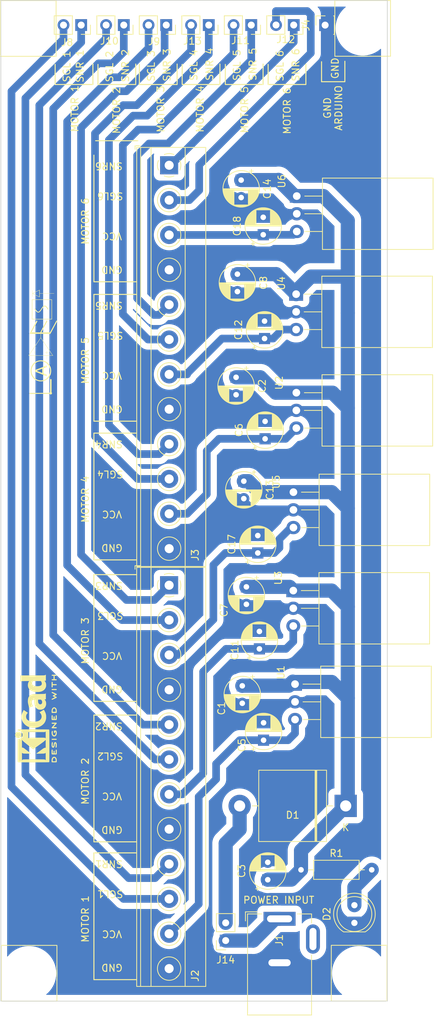
<source format=kicad_pcb>
(kicad_pcb (version 20211014) (generator pcbnew)
  (layers (0 "F.Cu" signal) (31 "B.Cu" signal) (34 "B.Paste" user) (35 "F.Paste" user) (36 "B.SilkS" user "B.Silkscreen") (37 "F.SilkS" user "F.Silkscreen") (38 "B.Mask" user) (39 "F.Mask" user) (44 "Edge.Cuts" user))
  (net 0 "")
  (net 1 "/12V")
  (net 2 "GNDREF")
  (net 3 "/VCC6V_1")
  (net 4 "/VCC6V_4")
  (net 5 "/VCC6V_2")
  (net 6 "/VCC5V_5")
  (net 7 "/VCC6V_3")
  (net 8 "/VCC5V_6")
  (net 9 "/SIGNAL_1")
  (net 10 "/SENSOR_1")
  (net 11 "/SIGNAL_2")
  (net 12 "/SENSOR_2")
  (net 13 "/SIGNAL_3")
  (net 14 "/SENSOR_3")
  (net 15 "/SIGNAL_5")
  (net 16 "/SENSOR_5")
  (net 17 "/SIGNAL_4")
  (net 18 "/SENSOR_4")
  (net 19 "/SIGNAL_6")
  (net 20 "/SENSOR_6")
  (net 21 "Net-(D1-Pad2)")
  (net 22 "Net-(D2-Pad2)")
  (net 23 "Net-(J1-Pad1)")
  (footprint "Connector_BarrelJack:BarrelJack_GCT_DCJ200-10-A_Horizontal" (layer "F.Cu") (at 89.731058 149.695608)
    (fp_text reference "J1" (at -0.04 3.08 90) (layer "F.SilkS"))
    (fp_text value "CONN_ALIMENTAÇÃO_12V")
    (pad "1" thru_hole rect (at 0 0) (size 4.6 2) (drill oval 3.6 1) (layers *.Cu *.Mask) (net 23 "Net-(J1-Pad1)"))
    (pad "2" thru_hole oval (at 0 6.3) (size 4.2 2) (drill oval 3.2 1) (layers *.Cu *.Mask) (net 2 "GNDREF"))
    (pad "3" thru_hole oval (at 4.8 2.9) (size 2 4.2) (drill oval 1 3.2) (layers *.Cu *.Mask))
  )
  (footprint "Capacitor_THT:CP_Radial_D5.0mm_P2.50mm" (layer "F.Cu") (at 86.606058 97.21032 90)
    (fp_text reference "C17" (at 1.25 -3.75 90) (layer "F.SilkS"))
    (fp_text value "1uF/50V" hide)
    (pad "1" thru_hole rect (at 0 0 90) (size 1.6 1.6) (drill 0.8) (layers *.Cu *.Mask) (net 7 "/VCC6V_3"))
    (pad "2" thru_hole circle (at 2.5 0 90) (size 1.6 1.6) (drill 0.8) (layers *.Cu *.Mask) (net 2 "GNDREF"))
  )
  (footprint "Connector_PinSocket_2.54mm:PinSocket_1x01_P2.54mm_Vertical" (layer "F.Cu") (at 96.281058 21.480208 90)
    (fp_text reference "J4" (at 0 -2.77 90) (layer "F.SilkS"))
    (fp_text value "Conn_GND_arduino" hide)
    (pad "1" thru_hole rect (at 0 0 90) (size 1.7 1.7) (drill 1) (layers *.Cu *.Mask) (net 2 "GNDREF"))
  )
  (footprint "Capacitor_THT:CP_Radial_D5.0mm_P2.50mm" (layer "F.Cu") (at 84.966058 102.070095 -90)
    (fp_text reference "C7" (at 3.355112 3.2125 90) (layer "F.SilkS"))
    (fp_text value "10uF/50V" hide)
    (pad "1" thru_hole rect (at 0 0 270) (size 1.6 1.6) (drill 0.8) (layers *.Cu *.Mask) (net 1 "/12V"))
    (pad "2" thru_hole circle (at 2.5 0 270) (size 1.6 1.6) (drill 0.8) (layers *.Cu *.Mask) (net 2 "GNDREF"))
  )
  (footprint "TerminalBlock_Phoenix:TerminalBlock_Phoenix_MKDS-1,5-12_1x12_P5.00mm_Horizontal" (layer "F.Cu") (at 73.871058 41.585208 -90)
    (fp_text reference "J3" (at 55.93 -3.735 90) (layer "F.SilkS"))
    (fp_text value "Conn_motores_04_06")
    (pad "1" thru_hole rect (at 0 0 270) (size 2.6 2.6) (drill 1.3) (layers *.Cu *.Mask) (net 20 "/SENSOR_6"))
    (pad "2" thru_hole circle (at 5 0 270) (size 2.6 2.6) (drill 1.3) (layers *.Cu *.Mask) (net 19 "/SIGNAL_6"))
    (pad "3" thru_hole circle (at 10 0 270) (size 2.6 2.6) (drill 1.3) (layers *.Cu *.Mask) (net 8 "/VCC5V_6"))
    (pad "4" thru_hole circle (at 15 0 270) (size 2.6 2.6) (drill 1.3) (layers *.Cu *.Mask) (net 2 "GNDREF"))
    (pad "5" thru_hole circle (at 20 0 270) (size 2.6 2.6) (drill 1.3) (layers *.Cu *.Mask) (net 16 "/SENSOR_5"))
    (pad "6" thru_hole circle (at 25 0 270) (size 2.6 2.6) (drill 1.3) (layers *.Cu *.Mask) (net 15 "/SIGNAL_5"))
    (pad "7" thru_hole circle (at 30 0 270) (size 2.6 2.6) (drill 1.3) (layers *.Cu *.Mask) (net 6 "/VCC5V_5"))
    (pad "8" thru_hole circle (at 35 0 270) (size 2.6 2.6) (drill 1.3) (layers *.Cu *.Mask) (net 2 "GNDREF"))
    (pad "9" thru_hole circle (at 40 0 270) (size 2.6 2.6) (drill 1.3) (layers *.Cu *.Mask) (net 18 "/SENSOR_4"))
    (pad "10" thru_hole circle (at 45 0 270) (size 2.6 2.6) (drill 1.3) (layers *.Cu *.Mask) (net 17 "/SIGNAL_4"))
    (pad "11" thru_hole circle (at 50 0 270) (size 2.6 2.6) (drill 1.3) (layers *.Cu *.Mask) (net 4 "/VCC6V_4"))
    (pad "12" thru_hole circle (at 55 0 270) (size 2.6 2.6) (drill 1.3) (layers *.Cu *.Mask) (net 2 "GNDREF"))
  )
  (footprint "Laboratorio_controle:Furo" (layer "F.Cu") (at 53.626058 21.955208 90)
    (fp_text reference "03" (at -0.02 -0.18 90 unlocked) (layer "F.SilkS"))
    (fp_text value "Furo")
    (pad "" np_thru_hole circle (at 0 0 270) (size 6 6) (drill 6) (layers F&B.Cu *.Mask))
  )
  (footprint "Connector_PinSocket_2.54mm:PinSocket_1x02_P2.54mm_Vertical" (layer "F.Cu") (at 61.231058 21.470208 -90)
    (fp_text reference "J8" (at 2.495 2.015) (layer "F.SilkS"))
    (fp_text value "CONN_IN/OU_1" hide)
    (pad "1" thru_hole rect (at 0 0 270) (size 1.7 1.7) (drill 1) (layers *.Cu *.Mask) (net 10 "/SENSOR_1"))
    (pad "2" thru_hole oval (at 0 2.54 270) (size 1.7 1.7) (drill 1) (layers *.Cu *.Mask) (net 9 "/SIGNAL_1"))
  )
  (footprint "Package_TO_SOT_THT:TO-220-3_Horizontal_TabDown" (layer "F.Cu") (at 92.206058 46.005208 -90)
    (fp_text reference "U6" (at -2.14 2.15 90) (layer "F.SilkS"))
    (fp_text value "LM7805_TO220")
    (pad "" np_thru_hole oval (at 2.54 -16.66 270) (size 3.5 3.5) (drill 3.5) (layers *.Cu *.Mask))
    (pad "1" thru_hole rect (at 0 0 270) (size 1.905 2) (drill 1.1) (layers *.Cu *.Mask) (net 1 "/12V"))
    (pad "2" thru_hole oval (at 2.54 0 270) (size 1.905 2) (drill 1.1) (layers *.Cu *.Mask) (net 2 "GNDREF"))
    (pad "3" thru_hole oval (at 5.08 0 270) (size 1.905 2) (drill 1.1) (layers *.Cu *.Mask) (net 8 "/VCC5V_6"))
  )
  (footprint "Package_TO_SOT_THT:TO-220-3_Horizontal_TabDown" (layer "F.Cu") (at 92.146058 74.215208 -90)
    (fp_text reference "U2" (at -1.41 2.47 90) (layer "F.SilkS"))
    (fp_text value "LM7806_TO220")
    (pad "" np_thru_hole oval (at 2.54 -16.66 270) (size 3.5 3.5) (drill 3.5) (layers *.Cu *.Mask))
    (pad "1" thru_hole rect (at 0 0 270) (size 1.905 2) (drill 1.1) (layers *.Cu *.Mask) (net 1 "/12V"))
    (pad "2" thru_hole oval (at 2.54 0 270) (size 1.905 2) (drill 1.1) (layers *.Cu *.Mask) (net 2 "GNDREF"))
    (pad "3" thru_hole oval (at 5.08 0 270) (size 1.905 2) (drill 1.1) (layers *.Cu *.Mask) (net 4 "/VCC6V_4"))
  )
  (footprint "Capacitor_THT:CP_Radial_D5.0mm_P2.50mm" (layer "F.Cu") (at 83.676058 57.205208 -90)
    (fp_text reference "C8" (at 1.25 -3.75 90) (layer "F.SilkS"))
    (fp_text value "10uF/50V" hide)
    (pad "1" thru_hole rect (at 0 0 270) (size 1.6 1.6) (drill 0.8) (layers *.Cu *.Mask) (net 1 "/12V"))
    (pad "2" thru_hole circle (at 2.5 0 270) (size 1.6 1.6) (drill 0.8) (layers *.Cu *.Mask) (net 2 "GNDREF"))
  )
  (footprint "Package_TO_SOT_THT:TO-220-3_Horizontal_TabDown" (layer "F.Cu") (at 92.116058 60.075208 -90)
    (fp_text reference "U4" (at -1.56 2.12 90) (layer "F.SilkS"))
    (fp_text value "LM7805_TO220")
    (pad "" np_thru_hole oval (at 2.54 -16.66 270) (size 3.5 3.5) (drill 3.5) (layers *.Cu *.Mask))
    (pad "1" thru_hole rect (at 0 0 270) (size 1.905 2) (drill 1.1) (layers *.Cu *.Mask) (net 1 "/12V"))
    (pad "2" thru_hole oval (at 2.54 0 270) (size 1.905 2) (drill 1.1) (layers *.Cu *.Mask) (net 2 "GNDREF"))
    (pad "3" thru_hole oval (at 5.08 0 270) (size 1.905 2) (drill 1.1) (layers *.Cu *.Mask) (net 6 "/VCC5V_5"))
  )
  (footprint "Connector_PinSocket_2.54mm:PinSocket_1x02_P2.54mm_Vertical" (layer "F.Cu") (at 79.561058 21.470208 -90)
    (fp_text reference "J11" (at 2.22 -4.56) (layer "F.SilkS"))
    (fp_text value "CONN_IN/OU_4" hide)
    (pad "1" thru_hole rect (at 0 0 270) (size 1.7 1.7) (drill 1) (layers *.Cu *.Mask) (net 18 "/SENSOR_4"))
    (pad "2" thru_hole oval (at 0 2.54 270) (size 1.7 1.7) (drill 1) (layers *.Cu *.Mask) (net 17 "/SIGNAL_4"))
  )
  (footprint "Package_TO_SOT_THT:TO-220-3_Horizontal_TabDown" (layer "F.Cu") (at 91.726058 88.485208 -90)
    (fp_text reference "U5" (at -1.475 2.475 90) (layer "F.SilkS"))
    (fp_text value "LM7806_TO220")
    (pad "" np_thru_hole oval (at 2.54 -16.66 270) (size 3.5 3.5) (drill 3.5) (layers *.Cu *.Mask))
    (pad "1" thru_hole rect (at 0 0 270) (size 1.905 2) (drill 1.1) (layers *.Cu *.Mask) (net 1 "/12V"))
    (pad "2" thru_hole oval (at 2.54 0 270) (size 1.905 2) (drill 1.1) (layers *.Cu *.Mask) (net 2 "GNDREF"))
    (pad "3" thru_hole oval (at 5.08 0 270) (size 1.905 2) (drill 1.1) (layers *.Cu *.Mask) (net 7 "/VCC6V_3"))
  )
  (footprint "Package_TO_SOT_THT:TO-220-3_Horizontal_TabDown" (layer "F.Cu") (at 91.706058 102.605208 -90)
    (fp_text reference "U3" (at -1.81 2.145 90) (layer "F.SilkS"))
    (fp_text value "LM7806_TO220")
    (pad "" np_thru_hole oval (at 2.54 -16.66 270) (size 3.5 3.5) (drill 3.5) (layers *.Cu *.Mask))
    (pad "1" thru_hole rect (at 0 0 270) (size 1.905 2) (drill 1.1) (layers *.Cu *.Mask) (net 1 "/12V"))
    (pad "2" thru_hole oval (at 2.54 0 270) (size 1.905 2) (drill 1.1) (layers *.Cu *.Mask) (net 2 "GNDREF"))
    (pad "3" thru_hole oval (at 5.08 0 270) (size 1.905 2) (drill 1.1) (layers *.Cu *.Mask) (net 5 "/VCC6V_2"))
  )
  (footprint "footprints:ladesi" (layer "F.Cu") (at 55.716058 66.965208 90)
    (fp_text reference "G***" hide)
    (fp_text value "LOGO" hide)
  )
  (footprint "Capacitor_THT:CP_Radial_D5.0mm_P2.50mm" (layer "F.Cu") (at 84.376058 116.270095 -90)
    (fp_text reference "C1" (at 3.230112 2.9875 90) (layer "F.SilkS"))
    (fp_text value "10uF/50V" hide)
    (pad "1" thru_hole rect (at 0 0 270) (size 1.6 1.6) (drill 0.8) (layers *.Cu *.Mask) (net 1 "/12V"))
    (pad "2" thru_hole circle (at 2.5 0 270) (size 1.6 1.6) (drill 0.8) (layers *.Cu *.Mask) (net 2 "GNDREF"))
  )
  (footprint "Capacitor_THT:CP_Radial_D5.0mm_P2.50mm" (layer "F.Cu") (at 86.836058 110.965208 90)
    (fp_text reference "C11" (at -0.169888 -3.5375 90) (layer "F.SilkS"))
    (fp_text value "1uF/50V" hide)
    (pad "1" thru_hole rect (at 0 0 90) (size 1.6 1.6) (drill 0.8) (layers *.Cu *.Mask) (net 5 "/VCC6V_2"))
    (pad "2" thru_hole circle (at 2.5 0 90) (size 1.6 1.6) (drill 0.8) (layers *.Cu *.Mask) (net 2 "GNDREF"))
  )
  (footprint "Capacitor_THT:CP_Radial_D5.0mm_P2.50mm" (layer "F.Cu") (at 87.436058 124.07032 90)
    (fp_text reference "C5" (at -0.719888 -3.1125 90) (layer "F.SilkS"))
    (fp_text value "1uF/50V" hide)
    (pad "1" thru_hole rect (at 0 0 90) (size 1.6 1.6) (drill 0.8) (layers *.Cu *.Mask) (net 3 "/VCC6V_1"))
    (pad "2" thru_hole circle (at 2.5 0 90) (size 1.6 1.6) (drill 0.8) (layers *.Cu *.Mask) (net 2 "GNDREF"))
  )
  (footprint "Laboratorio_controle:Furo" (layer "F.Cu") (at 101.676058 21.945208 90)
    (fp_text reference "04" (at -0.3 -0.05 90 unlocked) (layer "F.SilkS"))
    (fp_text value "Furo")
    (pad "" np_thru_hole circle (at 0 0 270) (size 6 6) (drill 6) (layers F&B.Cu *.Mask))
  )
  (footprint "TerminalBlock_Phoenix:TerminalBlock_Phoenix_MKDS-1,5-12_1x12_P5.00mm_Horizontal" (layer "F.Cu") (at 73.866058 101.835208 -90)
    (fp_text reference "J2" (at 56.03 -3.74 90) (layer "F.SilkS"))
    (fp_text value "Conn_motores_01_03")
    (pad "1" thru_hole rect (at 0 0 270) (size 2.6 2.6) (drill 1.3) (layers *.Cu *.Mask) (net 14 "/SENSOR_3"))
    (pad "2" thru_hole circle (at 5 0 270) (size 2.6 2.6) (drill 1.3) (layers *.Cu *.Mask) (net 13 "/SIGNAL_3"))
    (pad "3" thru_hole circle (at 10 0 270) (size 2.6 2.6) (drill 1.3) (layers *.Cu *.Mask) (net 7 "/VCC6V_3"))
    (pad "4" thru_hole circle (at 15 0 270) (size 2.6 2.6) (drill 1.3) (layers *.Cu *.Mask) (net 2 "GNDREF"))
    (pad "5" thru_hole circle (at 20 0 270) (size 2.6 2.6) (drill 1.3) (layers *.Cu *.Mask) (net 12 "/SENSOR_2"))
    (pad "6" thru_hole circle (at 25 0 270) (size 2.6 2.6) (drill 1.3) (layers *.Cu *.Mask) (net 11 "/SIGNAL_2"))
    (pad "7" thru_hole circle (at 30 0 270) (size 2.6 2.6) (drill 1.3) (layers *.Cu *.Mask) (net 5 "/VCC6V_2"))
    (pad "8" thru_hole circle (at 35 0 270) (size 2.6 2.6) (drill 1.3) (layers *.Cu *.Mask) (net 2 "GNDREF"))
    (pad "9" thru_hole circle (at 40 0 270) (size 2.6 2.6) (drill 1.3) (layers *.Cu *.Mask) (net 10 "/SENSOR_1"))
    (pad "10" thru_hole circle (at 45 0 270) (size 2.6 2.6) (drill 1.3) (layers *.Cu *.Mask) (net 9 "/SIGNAL_1"))
    (pad "11" thru_hole circle (at 50 0 270) (size 2.6 2.6) (drill 1.3) (layers *.Cu *.Mask) (net 3 "/VCC6V_1"))
    (pad "12" thru_hole circle (at 55 0 270) (size 2.6 2.6) (drill 1.3) (layers *.Cu *.Mask) (net 2 "GNDREF"))
  )
  (footprint "Connector_PinSocket_2.54mm:PinSocket_1x02_P2.54mm_Vertical" (layer "F.Cu") (at 67.351058 21.470208 -90)
    (fp_text reference "J10" (at 2.295 2.065) (layer "F.SilkS"))
    (fp_text value "CONN_IN/OU_2" hide)
    (pad "1" thru_hole rect (at 0 0 270) (size 1.7 1.7) (drill 1) (layers *.Cu *.Mask) (net 12 "/SENSOR_2"))
    (pad "2" thru_hole oval (at 0 2.54 270) (size 1.7 1.7) (drill 1) (layers *.Cu *.Mask) (net 11 "/SIGNAL_2"))
  )
  (footprint "LED_THT:LED_D5.0mm" (layer "F.Cu") (at 100.486058 150.280208 90)
    (fp_text reference "D2" (at 1.27 -3.96 90) (layer "F.SilkS"))
    (fp_text value "LED")
    (pad "1" thru_hole rect (at 0 0 90) (size 1.8 1.8) (drill 0.9) (layers *.Cu *.Mask) (net 2 "GNDREF"))
    (pad "2" thru_hole circle (at 2.54 0 90) (size 1.8 1.8) (drill 0.9) (layers *.Cu *.Mask) (net 22 "Net-(D2-Pad2)"))
  )
  (footprint "Capacitor_THT:CP_Radial_D5.0mm_P2.50mm" (layer "F.Cu") (at 83.486058 72.005208 -90)
    (fp_text reference "C2" (at 1.25 -3.75 90) (layer "F.SilkS"))
    (fp_text value "10uF/50V" hide)
    (pad "1" thru_hole rect (at 0 0 270) (size 1.6 1.6) (drill 0.8) (layers *.Cu *.Mask) (net 1 "/12V"))
    (pad "2" thru_hole circle (at 2.5 0 270) (size 1.6 1.6) (drill 0.8) (layers *.Cu *.Mask) (net 2 "GNDREF"))
  )
  (footprint "Resistor_THT:R_Axial_DIN0207_L6.3mm_D2.5mm_P10.16mm_Horizontal" (layer "F.Cu") (at 92.816058 142.665208)
    (fp_text reference "R1" (at 5.08 -2.37) (layer "F.SilkS"))
    (fp_text value "1K")
    (pad "1" thru_hole circle (at 0 0) (size 1.6 1.6) (drill 0.8) (layers *.Cu *.Mask) (net 1 "/12V"))
    (pad "2" thru_hole oval (at 10.16 0) (size 1.6 1.6) (drill 0.8) (layers *.Cu *.Mask) (net 22 "Net-(D2-Pad2)"))
  )
  (footprint "Capacitor_THT:CP_Radial_D5.0mm_P2.50mm" (layer "F.Cu") (at 87.576058 66.445208 90)
    (fp_text reference "C12" (at 1.25 -3.75 90) (layer "F.SilkS"))
    (fp_text value "1uF/50V" hide)
    (pad "1" thru_hole rect (at 0 0 90) (size 1.6 1.6) (drill 0.8) (layers *.Cu *.Mask) (net 6 "/VCC5V_5"))
    (pad "2" thru_hole circle (at 2.5 0 90) (size 1.6 1.6) (drill 0.8) (layers *.Cu *.Mask) (net 2 "GNDREF"))
  )
  (footprint "Capacitor_THT:CP_Radial_D5.0mm_P2.50mm" (layer "F.Cu") (at 84.216058 43.715208 -90)
    (fp_text reference "C14" (at 1.25 -3.75 90) (layer "F.SilkS"))
    (fp_text value "10uF/50V" hide)
    (pad "1" thru_hole rect (at 0 0 270) (size 1.6 1.6) (drill 0.8) (layers *.Cu *.Mask) (net 1 "/12V"))
    (pad "2" thru_hole circle (at 2.5 0 270) (size 1.6 1.6) (drill 0.8) (layers *.Cu *.Mask) (net 2 "GNDREF"))
  )
  (footprint "Capacitor_THT:CP_Radial_D5.0mm_P2.50mm" (layer "F.Cu") (at 88.036058 144.09032 90)
    (fp_text reference "C3" (at 1.25 -3.75 90) (layer "F.SilkS"))
    (fp_text value "1uF/50V")
    (pad "1" thru_hole rect (at 0 0 90) (size 1.6 1.6) (drill 0.8) (layers *.Cu *.Mask) (net 1 "/12V"))
    (pad "2" thru_hole circle (at 2.5 0 90) (size 1.6 1.6) (drill 0.8) (layers *.Cu *.Mask) (net 2 "GNDREF"))
  )
  (footprint "Connector_PinSocket_2.54mm:PinSocket_1x02_P2.54mm_Vertical" (layer "F.Cu") (at 73.451058 21.470208 -90)
    (fp_text reference "J9" (at 2.37 1.74) (layer "F.SilkS"))
    (fp_text value "CONN_IN/OU_3" hide)
    (pad "1" thru_hole rect (at 0 0 270) (size 1.7 1.7) (drill 1) (layers *.Cu *.Mask) (net 14 "/SENSOR_3"))
    (pad "2" thru_hole oval (at 0 2.54 270) (size 1.7 1.7) (drill 1) (layers *.Cu *.Mask) (net 13 "/SIGNAL_3"))
  )
  (footprint "Symbol:KiCad-Logo2_5mm_SilkScreen" (layer "F.Cu") (at 54.716058 120.965208 90)
    (fp_text reference "REF**" hide)
    (fp_text value "KiCad-Logo" hide)
  )
  (footprint "Laboratorio_controle:D_DO_6A6_DC__P15.24mm_Horizontal_D1.0mm" (layer "F.Cu") (at 99.236058 131.095208 180)
    (fp_text reference "D1" (at 7.62 -3.72) (layer "F.SilkS"))
    (fp_text value "1N5404")
    (fp_text user "K" (at 0 -5.5) (layer "F.SilkS"))
    (pad "1" thru_hole rect (at 0 -2.4 180) (size 3.2 3.2) (drill 1.6) (layers *.Cu *.Mask) (net 1 "/12V"))
    (pad "2" thru_hole oval (at 15.24 -2.4 180) (size 3.2 3.2) (drill 1.6) (layers *.Cu *.Mask) (net 21 "Net-(D1-Pad2)"))
  )
  (footprint "Capacitor_THT:CP_Radial_D5.0mm_P2.50mm" (layer "F.Cu") (at 87.386058 51.55032 90)
    (fp_text reference "C18" (at 1.25 -3.75 90) (layer "F.SilkS"))
    (fp_text value "1uF/50V" hide)
    (pad "1" thru_hole rect (at 0 0 90) (size 1.6 1.6) (drill 0.8) (layers *.Cu *.Mask) (net 8 "/VCC5V_6"))
    (pad "2" thru_hole circle (at 2.5 0 90) (size 1.6 1.6) (drill 0.8) (layers *.Cu *.Mask) (net 2 "GNDREF"))
  )
  (footprint "Connector_PinSocket_2.54mm:PinSocket_1x02_P2.54mm_Vertical" (layer "F.Cu") (at 91.766058 21.465208 -90)
    (fp_text reference "J12" (at 2.07 1.14) (layer "F.SilkS"))
    (fp_text value "CONN_IN/OU_6" hide)
    (pad "1" thru_hole rect (at 0 0 270) (size 1.7 1.7) (drill 1) (layers *.Cu *.Mask) (net 20 "/SENSOR_6"))
    (pad "2" thru_hole oval (at 0 2.54 270) (size 1.7 1.7) (drill 1) (layers *.Cu *.Mask) (net 19 "/SIGNAL_6"))
  )
  (footprint "Capacitor_THT:CP_Radial_D5.0mm_P2.50mm" (layer "F.Cu") (at 84.596058 86.910095 -90)
    (fp_text reference "C13" (at 1.25 -3.75 90) (layer "F.SilkS"))
    (fp_text value "10uF/50V" hide)
    (pad "1" thru_hole rect (at 0 0 270) (size 1.6 1.6) (drill 0.8) (layers *.Cu *.Mask) (net 1 "/12V"))
    (pad "2" thru_hole circle (at 2.5 0 270) (size 1.6 1.6) (drill 0.8) (layers *.Cu *.Mask) (net 2 "GNDREF"))
  )
  (footprint "Laboratorio_controle:Furo" (layer "F.Cu") (at 53.746058 157.505208 90)
    (fp_text reference "02" (at 0.16 -0.19 90 unlocked) (layer "F.SilkS"))
    (fp_text value "Furo")
    (pad "" np_thru_hole circle (at 0 0 270) (size 6 6) (drill 6) (layers F&B.Cu *.Mask))
  )
  (footprint "Package_TO_SOT_THT:TO-220-3_Horizontal_TabDown" (layer "F.Cu") (at 91.956058 116.025208 -90)
    (fp_text reference "U1" (at -1.675 2.025 90) (layer "F.SilkS"))
    (fp_text value "LM7806_TO220")
    (pad "" np_thru_hole oval (at 2.54 -16.66 270) (size 3.5 3.5) (drill 3.5) (layers *.Cu *.Mask))
    (pad "1" thru_hole rect (at 0 0 270) (size 1.905 2) (drill 1.1) (layers *.Cu *.Mask) (net 1 "/12V"))
    (pad "2" thru_hole oval (at 2.54 0 270) (size 1.905 2) (drill 1.1) (layers *.Cu *.Mask) (net 2 "GNDREF"))
    (pad "3" thru_hole oval (at 5.08 0 270) (size 1.905 2) (drill 1.1) (layers *.Cu *.Mask) (net 3 "/VCC6V_1"))
  )
  (footprint "Connector_PinSocket_2.54mm:PinSocket_1x02_P2.54mm_Vertical" (layer "F.Cu") (at 85.666058 21.470208 -90)
    (fp_text reference "J13" (at 2.295 8.44) (layer "F.SilkS"))
    (fp_text value "CONN_IN/OU_5" hide)
    (pad "1" thru_hole rect (at 0 0 270) (size 1.7 1.7) (drill 1) (layers *.Cu *.Mask) (net 16 "/SENSOR_5"))
    (pad "2" thru_hole oval (at 0 2.54 270) (size 1.7 1.7) (drill 1) (layers *.Cu *.Mask) (net 15 "/SIGNAL_5"))
  )
  (footprint "Connector_PinSocket_2.54mm:PinSocket_1x02_P2.54mm_Vertical" (layer "F.Cu") (at 81.991058 152.815208 180)
    (fp_text reference "J14" (at 0 -2.77) (layer "F.SilkS"))
    (fp_text value "LIGA/DESLIGA")
    (pad "1" thru_hole rect (at 0 0 180) (size 1.7 1.7) (drill 1) (layers *.Cu *.Mask) (net 23 "Net-(J1-Pad1)"))
    (pad "2" thru_hole oval (at 0 2.54 180) (size 1.7 1.7) (drill 1) (layers *.Cu *.Mask) (net 21 "Net-(D1-Pad2)"))
  )
  (footprint "Capacitor_THT:CP_Radial_D5.0mm_P2.50mm" (layer "F.Cu") (at 87.656058 80.83032 90)
    (fp_text reference "C6" (at 1.25 -3.75 90) (layer "F.SilkS"))
    (fp_text value "1uF/50V" hide)
    (pad "1" thru_hole rect (at 0 0 90) (size 1.6 1.6) (drill 0.8) (layers *.Cu *.Mask) (net 4 "/VCC6V_4"))
    (pad "2" thru_hole circle (at 2.5 0 90) (size 1.6 1.6) (drill 0.8) (layers *.Cu *.Mask) (net 2 "GNDREF"))
  )
  (footprint "Laboratorio_controle:Furo" (layer "F.Cu") (at 101.166058 157.495208 90)
    (fp_text reference "01" (at -0.24 -0.21 90 unlocked) (layer "F.SilkS"))
    (fp_text value "Furo" hide)
    (pad "" np_thru_hole circle (at 0 0 270) (size 6 6) (drill 6) (layers F&B.Cu *.Mask))
  )
  (gr_line (start 69.591058 29.980008) (end 69.591058 27.115208) (layer "F.SilkS") (width 0.15))
  (gr_line (start 63.059358 78.300208) (end 69.117158 78.300208) (layer "F.SilkS") (width 0.15))
  (gr_line (start 81.166058 29.930008) (end 81.166058 27.065208) (layer "F.SilkS") (width 0.15))
  (gr_line (start 63.059358 118.500208) (end 69.117158 118.500208) (layer "F.SilkS") (width 0.15))
  (gr_line (start 63.641058 29.980008) (end 63.641058 27.115208) (layer "F.SilkS") (width 0.15))
  (gr_line (start 88.116058 29.997608) (end 93.516058 29.997608) (layer "F.SilkS") (width 0.15))
  (gr_line (start 95.766058 29.597608) (end 95.766058 26.732808) (layer "F.SilkS") (width 0.15))
  (gr_line (start 63.048258 120.465208) (end 69.106058 120.465208) (layer "F.SilkS") (width 0.15))
  (gr_line (start 63.308258 38.065208) (end 69.366058 38.065208) (layer "F.SilkS") (width 0.15))
  (gr_line (start 93.516058 29.930008) (end 93.516058 27.065208) (layer "F.SilkS") (width 0.15))
  (gr_line (start 95.766058 29.597608) (end 99.116058 29.597608) (layer "F.SilkS") (width 0.15))
  (gr_line (start 81.966058 29.997608) (end 87.366058 29.997608) (layer "F.SilkS") (width 0.15))
  (gr_line (start 63.057158 100.335208) (end 63.059358 118.500208) (layer "F.SilkS") (width 0.15))
  (gr_line (start 81.941058 29.980008) (end 81.941058 27.115208) (layer "F.SilkS") (width 0.15))
  (gr_line (start 88.091058 29.980008) (end 88.091058 27.115208) (layer "F.SilkS") (width 0.15))
  (gr_line (start 57.516058 29.997608) (end 62.916058 29.997608) (layer "F.SilkS") (width 0.15))
  (gr_line (start 69.616058 29.997608) (end 75.016058 29.997608) (layer "F.SilkS") (width 0.15))
  (gr_line (start 63.057158 60.135208) (end 63.059358 78.300208) (layer "F.SilkS") (width 0.15))
  (gr_line (start 63.666058 29.997608) (end 69.066058 29.997608) (layer "F.SilkS") (width 0.15))
  (gr_line (start 57.491058 29.980008) (end 57.491058 27.115208) (layer "F.SilkS") (width 0.15))
  (gr_line (start 63.057158 120.485208) (end 63.059358 138.650208) (layer "F.SilkS") (width 0.15))
  (gr_line (start 99.116058 29.530008) (end 99.116058 26.665208) (layer "F.SilkS") (width 0.15))
  (gr_line (start 63.059358 158.420208) (end 69.117158 158.420208) (layer "F.SilkS") (width 0.15))
  (gr_line (start 63.048258 60.115208) (end 69.106058 60.115208) (layer "F.SilkS") (width 0.15))
  (gr_line (start 63.059358 58.300208) (end 69.117158 58.300208) (layer "F.SilkS") (width 0.15))
  (gr_line (start 75.766058 29.997608) (end 81.166058 29.997608) (layer "F.SilkS") (width 0.15))
  (gr_line (start 63.059358 98.200208) (end 69.117158 98.200208) (layer "F.SilkS") (width 0.15))
  (gr_line (start 75.016058 29.930008) (end 75.016058 27.065208) (layer "F.SilkS") (width 0.15))
  (gr_line (start 63.057158 140.255208) (end 63.059358 158.420208) (layer "F.SilkS") (width 0.15))
  (gr_line (start 63.057158 80.035208) (end 63.059358 98.200208) (layer "F.SilkS") (width 0.15))
  (gr_line (start 75.741058 29.980008) (end 75.741058 27.115208) (layer "F.SilkS") (width 0.15))
  (gr_line (start 69.066058 29.930008) (end 69.066058 27.065208) (layer "F.SilkS") (width 0.15))
  (gr_line (start 63.048258 140.235208) (end 69.106058 140.235208) (layer "F.SilkS") (width 0.15))
  (gr_line (start 63.059358 138.650208) (end 69.117158 138.650208) (layer "F.SilkS") (width 0.15))
  (gr_line (start 87.366058 29.930008) (end 87.366058 27.065208) (layer "F.SilkS") (width 0.15))
  (gr_line (start 62.916058 29.930008) (end 62.916058 27.065208) (layer "F.SilkS") (width 0.15))
  (gr_line (start 63.048258 80.015208) (end 69.106058 80.015208) (layer "F.SilkS") (width 0.15))
  (gr_line (start 63.057158 40.135208) (end 63.059358 58.300208) (layer "F.SilkS") (width 0.15))
  (gr_line (start 63.048258 100.315208) (end 69.106058 100.315208) (layer "F.SilkS") (width 0.15))
  (gr_rect (start 49.692658 161.506608) (end 105.216058 17.925208) (layer "Edge.Cuts") (width 0.1) (fill none))
  (gr_text "GND\n" (at 65.657158 76.560208 -180) (layer "F.SilkS") (effects (font (size 1 1))))
  (gr_text "VCC\n" (at 65.657158 111.945208 -180) (layer "F.SilkS") (effects (font (size 1 1))))
  (gr_text "MOTOR 5" (at 84.716058 33.615208 -270) (layer "F.SilkS") (effects (font (size 1 1))))
  (gr_text "GND\n" (at 65.657158 116.760208 -180) (layer "F.SilkS") (effects (font (size 1 1))))
  (gr_text "GND\n" (at 65.657158 56.560208 -180) (layer "F.SilkS") (effects (font (size 1 1))))
  (gr_text "SNR6" (at 65.207158 41.695208 -180) (layer "F.SilkS") (effects (font (size 1 1))))
  (gr_text "SGL2\n" (at 65.397158 126.355208 -180) (layer "F.SilkS") (effects (font (size 1 1))))
  (gr_text "MOTOR 3" (at 72.666058 33.515208 -270) (layer "F.SilkS") (effects (font (size 1 1))))
  (gr_text "SNR3" (at 65.207158 101.895208 -180) (layer "F.SilkS") (effects (font (size 1 1))))
  (gr_text "MOTOR 4" (at 78.316058 33.515208 -270) (layer "F.SilkS") (effects (font (size 1 1))))
  (gr_text "MOTOR 5\n" (at 61.817158 69.605208 -270) (layer "F.SilkS") (effects (font (size 1 1))))
  (gr_text "MOTOR 6\n" (at 61.817158 49.605208 -270) (layer "F.SilkS") (effects (font (size 1 1))))
  (gr_text "SGL6\n" (at 65.397158 46.005208 -180) (layer "F.SilkS") (effects (font (size 1 1))))
  (gr_text "SNR 4" (at 79.691058 27.090208 -270) (layer "F.SilkS") (effects (font (size 1 1))))
  (gr_text "VCC\n" (at 65.657158 132.095208 -180) (layer "F.SilkS") (effects (font (size 1 1))))
  (gr_text "SGL 3\n" (at 71.291058 27.315208 -270) (layer "F.SilkS") (effects (font (size 1 1))))
  (gr_text "VCC\n" (at 65.657158 51.745208 -180) (layer "F.SilkS") (effects (font (size 1 1))))
  (gr_text "SNR4" (at 65.207158 81.595208 -180) (layer "F.SilkS") (effects (font (size 1 1))))
  (gr_text "SGL1\n" (at 65.397158 146.125208 -180) (layer "F.SilkS") (effects (font (size 1 1))))
  (gr_text "SNR 3" (at 73.566058 27.190208 -270) (layer "F.SilkS") (effects (font (size 1 1))))
  (gr_text "SNR5" (at 65.207158 61.695208 -180) (layer "F.SilkS") (effects (font (size 1 1))))
  (gr_text "SNR2" (at 65.207158 122.045208 -180) (layer "F.SilkS") (effects (font (size 1 1))))
  (gr_text "MOTOR 2" (at 66.316058 33.715208 -270) (layer "F.SilkS") (effects (font (size 1 1))))
  (gr_text "SGL5" (at 65.397158 66.005208 -180) (layer "F.SilkS") (effects (font (size 1 1))))
  (gr_text "GND\nARDUINO" (at 97.416058 33.365208 -270) (layer "F.SilkS") (effects (font (size 1 1))))
  (gr_text "MOTOR 1" (at 60.316058 33.465208 -270) (layer "F.SilkS") (effects (font (size 1 1))))
  (gr_text "GND\n" (at 65.657158 156.680208 -180) (layer "F.SilkS") (effects (font (size 1 1))))
  (gr_text "MOTOR 6" (at 90.816058 33.765208 -270) (layer "F.SilkS") (effects (font (size 1 1))))
  (gr_text "POWER INPUT\n\n\n" (at 89.616058 148.615208) (layer "F.SilkS") (effects (font (size 1 1))))
  (gr_text "GND\n" (at 65.657158 136.910208 -180) (layer "F.SilkS") (effects (font (size 1 1))))
  (gr_text "SNR 5" (at 85.891058 27.090208 -270) (layer "F.SilkS") (effects (font (size 1 1))))
  (gr_text "MOTOR 1\n" (at 61.817158 149.725208 -270) (layer "F.SilkS") (effects (font (size 1 1))))
  (gr_text "VCC\n" (at 65.657158 71.745208 -180) (layer "F.SilkS") (effects (font (size 1 1))))
  (gr_text "MOTOR 2\n" (at 61.817158 129.955208 -270) (layer "F.SilkS") (effects (font (size 1 1))))
  (gr_text "SGL 5\n" (at 83.616058 27.215208 -270) (layer "F.SilkS") (effects (font (size 1 1))))
  (gr_text "SGL 4\n" (at 77.416058 27.215208 -270) (layer "F.SilkS") (effects (font (size 1 1))))
  (gr_text "SNR 6" (at 92.066058 27.190208 -270) (layer "F.SilkS") (effects (font (size 1 1))))
  (gr_text "MOTOR 3\n" (at 61.817158 109.805208 -270) (layer "F.SilkS") (effects (font (size 1 1))))
  (gr_text "SNR1" (at 65.207158 141.815208 -180) (layer "F.SilkS") (effects (font (size 1 1))))
  (gr_text "SGL3\n" (at 65.397158 106.205208 -180) (layer "F.SilkS") (effects (font (size 1 1))))
  (gr_text "GND" (at 97.716058 27.665208 -270) (layer "F.SilkS") (effects (font (size 1 1))))
  (gr_text "VCC\n" (at 65.657158 91.645208 -180) (layer "F.SilkS") (effects (font (size 1 1))))
  (gr_text "SGL 1" (at 59.166058 27.415208 -270) (layer "F.SilkS") (effects (font (size 1 1))))
  (gr_text "SNR 2" (at 67.591058 27.290208 -270) (layer "F.SilkS") (effects (font (size 1 1))))
  (gr_text "VCC\n" (at 65.657158 151.865208 -180) (layer "F.SilkS") (effects (font (size 1 1))))
  (gr_text "SGL 6" (at 89.791058 27.315208 -270) (layer "F.SilkS") (effects (font (size 1 1))))
  (gr_text "MOTOR 4\n" (at 61.817158 89.505208 -270) (layer "F.SilkS") (effects (font (size 1 1))))
  (gr_text "SGL4\n" (at 65.397158 85.905208 -180) (layer "F.SilkS") (effects (font (size 1 1))))
  (gr_text "GND\n" (at 65.657158 96.460208 -180) (layer "F.SilkS") (effects (font (size 1 1))))
  (gr_text "SNR 1" (at 61.066058 27.365208 -270) (layer "F.SilkS") (effects (font (size 1 1))))
  (gr_text "SGL 2\n" (at 65.316058 27.415208 -270) (layer "F.SilkS") (effects (font (size 1 1))))
  (segment (start 84.400945 116.245208) (end 91.062009 116.245208) (width 2.03286) (layer "B.Cu") (net 1))
  (segment (start 92.116058 60.075208) (end 89.246058 57.205208) (width 2.03286) (layer "B.Cu") (net 1))
  (segment (start 97.336058 74.215208) (end 99.536058 76.415208) (width 2.03286) (layer "B.Cu") (net 1))
  (segment (start 99.536058 62.785208) (end 99.536058 57.665208) (width 2.03286) (layer "B.Cu") (net 1))
  (segment (start 99.536058 118.035208) (end 99.536058 104.915208) (width 2.03286) (layer "B.Cu") (net 1))
  (segment (start 92.116058 60.075208) (end 92.116058 59.665208) (width 2.03286) (layer "B.Cu") (net 1))
  (segment (start 91.706058 102.605208) (end 97.226058 102.605208) (width 2.03286) (layer "B.Cu") (net 1))
  (segment (start 92.146058 74.215208) (end 97.336058 74.215208) (width 2.03286) (layer "B.Cu") (net 1))
  (segment (start 99.426058 57.555208) (end 99.536058 57.665208) (width 2.03286) (layer "B.Cu") (net 1))
  (segment (start 92.114033 115.715208) (end 97.216058 115.715208) (width 2.03286) (layer "B.Cu") (net 1))
  (segment (start 89.246058 57.205208) (end 83.676058 57.205208) (width 2.03286) (layer "B.Cu") (net 1))
  (segment (start 92.146058 74.215208) (end 89.176058 74.215208) (width 2.03286) (layer "B.Cu") (net 1))
  (segment (start 92.816058 139.915208) (end 99.236058 133.495208) (width 2.03286) (layer "B.Cu") (net 1))
  (segment (start 92.816058 142.665208) (end 91.410946 144.07032) (width 2.03286) (layer "B.Cu") (net 1))
  (segment (start 91.410946 144.07032) (end 88.056058 144.07032) (width 2.03286) (layer "B.Cu") (net 1))
  (segment (start 99.536058 90.795208) (end 99.536058 76.415208) (width 2.03286) (layer "B.Cu") (net 1))
  (segment (start 84.376058 116.270095) (end 84.400945 116.245208) (width 2.03286) (layer "B.Cu") (net 1))
  (segment (start 99.236058 133.495208) (end 98.906058 133.165208) (width 2.03286) (layer "B.Cu") (net 1))
  (segment (start 91.896058 46.005208) (end 89.576058 43.685208) (width 2.03286) (layer "B.Cu") (net 1))
  (segment (start 94.226058 57.555208) (end 99.426058 57.555208) (width 2.03286) (layer "B.Cu") (net 1))
  (segment (start 97.226058 102.605208) (end 99.536058 104.915208) (width 2.03286) (layer "B.Cu") (net 1))
  (segment (start 97.216058 115.715208) (end 99.536058 118.035208) (width 2.03286) (layer "B.Cu") (net 1))
  (segment (start 89.546058 43.715208) (end 89.576058 43.685208) (width 2.03286) (layer "B.Cu") (net 1))
  (segment (start 91.062009 116.245208) (end 91.642009 115.665208) (width 2.03286) (layer "B.Cu") (net 1))
  (segment (start 99.536058 57.665208) (end 99.536058 49.515208) (width 2.03286) (layer "B.Cu") (net 1))
  (segment (start 85.258171 86.910095) (end 84.596058 86.910095) (width 2.03286) (layer "B.Cu") (net 1))
  (segment (start 92.116058 59.665208) (end 94.226058 57.555208) (width 2.03286) (layer "B.Cu") (net 1))
  (segment (start 86.832009 88.485208) (end 86.832009 88.483933) (width 2.03286) (layer "B.Cu") (net 1))
  (segment (start 99.536058 132.435208) (end 99.536058 118.035208) (width 2.03286) (layer "B.Cu") (net 1))
  (segment (start 99.536058 49.515208) (end 96.026058 46.005208) (width 2.03286) (layer "B.Cu") (net 1))
  (segment (start 91.170945 102.070095) (end 91.706058 102.605208) (width 2.03286) (layer "B.Cu") (net 1))
  (segment (start 92.816058 142.665208) (end 92.816058 139.915208) (width 2.03286) (layer "B.Cu") (net 1))
  (segment (start 91.726058 88.485208) (end 86.832009 88.485208) (width 2.03286) (layer "B.Cu") (net 1))
  (segment (start 86.832009 88.483933) (end 85.258171 86.910095) (width 2.03286) (layer "B.Cu") (net 1))
  (segment (start 91.726058 88.485208) (end 97.226058 88.485208) (width 2.03286) (layer "B.Cu") (net 1))
  (segment (start 98.806058 133.165208) (end 99.536058 132.435208) (width 2.03286) (layer "B.Cu") (net 1))
  (segment (start 92.206058 46.005208) (end 91.896058 46.005208) (width 2.03286) (layer "B.Cu") (net 1))
  (segment (start 96.026058 46.005208) (end 92.206058 46.005208) (width 2.03286) (layer "B.Cu") (net 1))
  (segment (start 89.176058 74.215208) (end 86.966058 72.005208) (width 2.03286) (layer "B.Cu") (net 1))
  (segment (start 97.226058 88.485208) (end 99.536058 90.795208) (width 2.03286) (layer "B.Cu") (net 1))
  (segment (start 84.966058 102.070095) (end 91.170945 102.070095) (width 2.03286) (layer "B.Cu") (net 1))
  (segment (start 99.536058 76.415208) (end 99.536058 62.785208) (width 2.03286) (layer "B.Cu") (net 1))
  (segment (start 88.056058 144.07032) (end 88.036058 144.09032) (width 2.03286) (layer "B.Cu") (net 1))
  (segment (start 84.216058 43.715208) (end 89.546058 43.715208) (width 2.03286) (layer "B.Cu") (net 1))
  (segment (start 99.536058 104.915208) (end 99.536058 90.795208) (width 2.03286) (layer "B.Cu") (net 1))
  (segment (start 86.966058 72.005208) (end 83.486058 72.005208) (width 2.03286) (layer "B.Cu") (net 1))
  (segment (start 73.866058 151.835208) (end 78.116058 147.585208) (width 1.1) (layer "B.Cu") (net 3))
  (segment (start 80.616058 127.465208) (end 84.010946 124.07032) (width 1.1) (layer "B.Cu") (net 3))
  (segment (start 87.436058 124.07032) (end 90.960946 124.07032) (width 1.1) (layer "B.Cu") (net 3))
  (segment (start 78.116058 147.585208) (end 78.116058 132.165208) (width 1.1) (layer "B.Cu") (net 3))
  (segment (start 84.010946 124.07032) (end 87.436058 124.07032) (width 1.1) (layer "B.Cu") (net 3))
  (segment (start 80.616058 129.665208) (end 80.616058 127.465208) (width 1.1) (layer "B.Cu") (net 3))
  (segment (start 78.116058 132.165208) (end 80.616058 129.665208) (width 1.1) (layer "B.Cu") (net 3))
  (segment (start 91.956058 123.075208) (end 91.956058 121.105208) (width 1.1) (layer "B.Cu") (net 3))
  (segment (start 90.960946 124.07032) (end 91.956058 123.075208) (width 1.1) (layer "B.Cu") (net 3))
  (segment (start 81.020946 80.83032) (end 79.276058 82.575208) (width 1.1) (layer "B.Cu") (net 4))
  (segment (start 79.276058 82.575208) (end 79.276058 88.765208) (width 1.1) (layer "B.Cu") (net 4))
  (segment (start 76.456058 91.585208) (end 73.871058 91.585208) (width 1.1) (layer "B.Cu") (net 4))
  (segment (start 90.610946 80.83032) (end 87.656058 80.83032) (width 1.1) (layer "B.Cu") (net 4))
  (segment (start 92.146058 79.295208) (end 90.610946 80.83032) (width 1.1) (layer "B.Cu") (net 4))
  (segment (start 87.656058 80.83032) (end 81.020946 80.83032) (width 1.1) (layer "B.Cu") (net 4))
  (segment (start 79.276058 88.765208) (end 76.456058 91.585208) (width 1.1) (layer "B.Cu") (net 4))
  (segment (start 91.706058 109.915208) (end 91.706058 107.685208) (width 1.1) (layer "B.Cu") (net 5))
  (segment (start 86.836058 110.965208) (end 90.656058 110.965208) (width 1.1) (layer "B.Cu") (net 5))
  (segment (start 78.756058 114.245208) (end 82.036058 110.965208) (width 1.1) (layer "B.Cu") (net 5))
  (segment (start 75.756058 131.835208) (end 78.756058 128.835208) (width 1.1) (layer "B.Cu") (net 5))
  (segment (start 90.656058 110.965208) (end 91.706058 109.915208) (width 1.1) (layer "B.Cu") (net 5))
  (segment (start 78.756058 128.835208) (end 78.756058 114.245208) (width 1.1) (layer "B.Cu") (net 5))
  (segment (start 73.866058 131.835208) (end 75.756058 131.835208) (width 1.1) (layer "B.Cu") (net 5))
  (segment (start 82.036058 110.965208) (end 86.836058 110.965208) (width 1.1) (layer "B.Cu") (net 5))
  (segment (start 76.446058 71.585208) (end 73.871058 71.585208) (width 1.1) (layer "B.Cu") (net 6))
  (segment (start 87.576058 66.445208) (end 81.466058 66.445208) (width 1.1) (layer "B.Cu") (net 6))
  (segment (start 88.816058 66.445208) (end 87.576058 66.445208) (width 1.1) (layer "B.Cu") (net 6))
  (segment (start 92.116058 65.155208) (end 90.106058 65.155208) (width 1.1) (layer "B.Cu") (net 6))
  (segment (start 81.466058 66.445208) (end 76.446058 71.465208) (width 1.1) (layer "B.Cu") (net 6))
  (segment (start 76.446058 71.465208) (end 76.446058 71.585208) (width 1.1) (layer "B.Cu") (net 6))
  (segment (start 90.106058 65.155208) (end 88.816058 66.445208) (width 1.1) (layer "B.Cu") (net 6))
  (segment (start 75.146058 111.835208) (end 73.866058 111.835208) (width 1.1) (layer "B.Cu") (net 7))
  (segment (start 89.716058 96.465208) (end 89.716058 95.215208) (width 1.1) (layer "B.Cu") (net 7))
  (segment (start 80.226058 106.755208) (end 75.146058 111.835208) (width 1.1) (layer "B.Cu") (net 7))
  (segment (start 80.226058 98.925208) (end 80.226058 106.755208) (width 1.1) (layer "B.Cu") (net 7))
  (segment (start 86.606058 97.21032) (end 88.970946 97.21032) (width 1.1) (layer "B.Cu") (net 7))
  (segment (start 88.970946 97.21032) (end 89.716058 96.465208) (width 1.1) (layer "B.Cu") (net 7))
  (segment (start 81.940946 97.21032) (end 80.226058 98.925208) (width 1.1) (layer "B.Cu") (net 7))
  (segment (start 86.606058 97.21032) (end 81.940946 97.21032) (width 1.1) (layer "B.Cu") (net 7))
  (segment (start 89.716058 95.215208) (end 91.366058 93.565208) (width 1.1) (layer "B.Cu") (net 7))
  (segment (start 91.366058 93.565208) (end 91.726058 93.565208) (width 1.1) (layer "B.Cu") (net 7))
  (segment (start 73.871058 51.585208) (end 87.35117 51.585208) (width 1.1) (layer "B.Cu") (net 8))
  (segment (start 92.206058 51.085208) (end 91.726058 51.565208) (width 1.1) (layer "B.Cu") (net 8))
  (segment (start 87.35117 51.585208) (end 87.386058 51.55032) (width 1.1) (layer "B.Cu") (net 8))
  (segment (start 87.400946 51.565208) (end 87.386058 51.55032) (width 1.1) (layer "B.Cu") (net 8))
  (segment (start 91.726058 51.565208) (end 87.400946 51.565208) (width 1.1) (layer "B.Cu") (net 8))
  (segment (start 51.216058 130.749008) (end 67.302258 146.835208) (width 1.1) (layer "B.Cu") (net 9))
  (segment (start 58.691058 21.470208) (end 58.691058 23.490208) (width 1.1) (layer "B.Cu") (net 9))
  (segment (start 51.216058 30.965208) (end 51.216058 130.749008) (width 1.1) (layer "B.Cu") (net 9))
  (segment (start 67.302258 146.835208) (end 73.866058 146.835208) (width 1.1) (layer "B.Cu") (net 9))
  (segment (start 58.691058 23.490208) (end 51.216058 30.965208) (width 1.1) (layer "B.Cu") (net 9))
  (segment (start 61.231058 21.470208) (end 61.231058 23.950208) (width 1.1) (layer "B.Cu") (net 10))
  (segment (start 68.054458 143.853608) (end 71.847658 143.853608) (width 1.1) (layer "B.Cu") (net 10))
  (segment (start 53.216058 129.015208) (end 68.054458 143.853608) (width 1.1) (layer "B.Cu") (net 10))
  (segment (start 53.216058 31.965208) (end 53.216058 129.015208) (width 1.1) (layer "B.Cu") (net 10))
  (segment (start 61.231058 23.950208) (end 53.216058 31.965208) (width 1.1) (layer "B.Cu") (net 10))
  (segment (start 71.847658 143.853608) (end 73.866058 141.835208) (width 1.1) (layer "B.Cu") (net 10))
  (segment (start 55.216058 32.965208) (end 55.216058 110.212608) (width 1.1) (layer "B.Cu") (net 11))
  (segment (start 64.811058 21.470208) (end 64.811058 23.370208) (width 1.1) (layer "B.Cu") (net 11))
  (segment (start 64.811058 23.370208) (end 55.216058 32.965208) (width 1.1) (layer "B.Cu") (net 11))
  (segment (start 71.838658 126.835208) (end 73.866058 126.835208) (width 1.1) (layer "B.Cu") (net 11))
  (segment (start 55.216058 110.212608) (end 71.838658 126.835208) (width 1.1) (layer "B.Cu") (net 11))
  (segment (start 63.716058 26.965208) (end 57.216058 33.465208) (width 1.1) (layer "B.Cu") (net 12))
  (segment (start 67.351058 21.470208) (end 67.351058 25.330208) (width 1.1) (layer "B.Cu") (net 12))
  (segment (start 57.216058 108.965208) (end 70.086058 121.835208) (width 1.1) (layer "B.Cu") (net 12))
  (segment (start 70.086058 121.835208) (end 73.866058 121.835208) (width 1.1) (layer "B.Cu") (net 12))
  (segment (start 65.716058 26.965208) (end 63.716058 26.965208) (width 1.1) (layer "B.Cu") (net 12))
  (segment (start 67.351058 25.330208) (end 65.716058 26.965208) (width 1.1) (layer "B.Cu") (net 12))
  (segment (start 57.216058 33.465208) (end 57.216058 108.965208) (width 1.1) (layer "B.Cu") (net 12))
  (segment (start 70.911058 21.470208) (end 70.911058 24.770208) (width 1.1) (layer "B.Cu") (net 13))
  (segment (start 59.216058 35.293208) (end 59.216058 98.965208) (width 1.1) (layer "B.Cu") (net 13))
  (segment (start 67.086058 106.835208) (end 73.866058 106.835208) (width 1.1) (layer "B.Cu") (net 13))
  (segment (start 66.716058 28.965208) (end 65.544058 28.965208) (width 1.1) (layer "B.Cu") (net 13))
  (segment (start 70.911058 24.770208) (end 66.716058 28.965208) (width 1.1) (layer "B.Cu") (net 13))
  (segment (start 65.544058 28.965208) (end 59.216058 35.293208) (width 1.1) (layer "B.Cu") (net 13))
  (segment (start 59.216058 98.965208) (end 67.086058 106.835208) (width 1.1) (layer "B.Cu") (net 13))
  (segment (start 61.216058 36.188808) (end 61.216058 97.442008) (width 1.1) (layer "B.Cu") (net 14))
  (segment (start 73.216058 25.465208) (end 67.716058 30.965208) (width 1.1) (layer "B.Cu") (net 14))
  (segment (start 71.751058 103.950208) (end 73.866058 101.835208) (width 1.1) (layer "B.Cu") (net 14))
  (segment (start 67.724258 103.950208) (end 71.751058 103.950208) (width 1.1) (layer "B.Cu") (net 14))
  (segment (start 66.439658 30.965208) (end 61.216058 36.188808) (width 1.1) (layer "B.Cu") (net 14))
  (segment (start 67.716058 30.965208) (end 66.439658 30.965208) (width 1.1) (layer "B.Cu") (net 14))
  (segment (start 61.216058 97.442008) (end 67.724258 103.950208) (width 1.1) (layer "B.Cu") (net 14))
  (segment (start 73.216058 21.705208) (end 73.216058 25.465208) (width 1.1) (layer "B.Cu") (net 14))
  (segment (start 73.451058 21.470208) (end 73.216058 21.705208) (width 1.1) (layer "B.Cu") (net 14))
  (segment (start 72.216058 36.465208) (end 69.423258 36.465208) (width 1.1) (layer "B.Cu") (net 15))
  (segment (start 69.423258 36.465208) (end 67.216058 38.672408) (width 1.1) (layer "B.Cu") (net 15))
  (segment (start 70.836058 66.585208) (end 73.871058 66.585208) (width 1.1) (layer "B.Cu") (net 15))
  (segment (start 67.216058 38.672408) (end 67.216058 62.965208) (width 1.1) (layer "B.Cu") (net 15))
  (segment (start 67.216058 62.965208) (end 70.836058 66.585208) (width 1.1) (layer "B.Cu") (net 15))
  (segment (start 83.126058 25.555208) (end 72.216058 36.465208) (width 1.1) (layer "B.Cu") (net 15))
  (segment (start 83.126058 21.470208) (end 83.126058 25.555208) (width 1.1) (layer "B.Cu") (net 15))
  (segment (start 69.273658 60.668608) (end 71.661258 63.056208) (width 1.1) (layer "B.Cu") (net 16))
  (segment (start 70.979258 38.465208) (end 69.273658 40.170808) (width 1.1) (layer "B.Cu") (net 16))
  (segment (start 72.400058 63.056208) (end 73.871058 61.585208) (width 1.1) (layer "B.Cu") (net 16))
  (segment (start 85.666058 26.515208) (end 73.716058 38.465208) (width 1.1) (layer "B.Cu") (net 16))
  (segment (start 73.716058 38.465208) (end 70.979258 38.465208) (width 1.1) (layer "B.Cu") (net 16))
  (segment (start 69.273658 40.170808) (end 69.273658 60.668608) (width 1.1) (layer "B.Cu") (net 16))
  (segment (start 71.661258 63.056208) (end 72.400058 63.056208) (width 1.1) (layer "B.Cu") (net 16))
  (segment (start 85.666058 21.470208) (end 85.666058 26.515208) (width 1.1) (layer "B.Cu") (net 16))
  (segment (start 69.216058 32.965208) (end 67.259058 32.965208) (width 1.1) (layer "B.Cu") (net 17))
  (segment (start 77.021058 21.470208) (end 77.021058 25.160208) (width 1.1) (layer "B.Cu") (net 17))
  (segment (start 77.021058 25.160208) (end 69.216058 32.965208) (width 1.1) (layer "B.Cu") (net 17))
  (segment (start 69.336058 86.585208) (end 73.871058 86.585208) (width 1.1) (layer "B.Cu") (net 17))
  (segment (start 63.216058 37.008208) (end 63.216058 80.465208) (width 1.1) (layer "B.Cu") (net 17))
  (segment (start 67.259058 32.965208) (end 63.216058 37.008208) (width 1.1) (layer "B.Cu") (net 17))
  (segment (start 63.216058 80.465208) (end 69.336058 86.585208) (width 1.1) (layer "B.Cu") (net 17))
  (segment (start 68.705458 34.465208) (end 65.216058 37.954608) (width 1.1) (layer "B.Cu") (net 18))
  (segment (start 69.375258 83.020608) (end 72.435658 83.020608) (width 1.1) (layer "B.Cu") (net 18))
  (segment (start 65.216058 78.861408) (end 69.375258 83.020608) (width 1.1) (layer "B.Cu") (net 18))
  (segment (start 65.216058 37.954608) (end 65.216058 78.861408) (width 1.1) (layer "B.Cu") (net 18))
  (segment (start 79.561058 21.470208) (end 79.561058 25.620208) (width 1.1) (layer "B.Cu") (net 18))
  (segment (start 79.561058 25.620208) (end 70.716058 34.465208) (width 1.1) (layer "B.Cu") (net 18))
  (segment (start 70.716058 34.465208) (end 68.705458 34.465208) (width 1.1) (layer "B.Cu") (net 18))
  (segment (start 72.435658 83.020608) (end 73.871058 81.585208) (width 1.1) (layer "B.Cu") (net 18))
  (segment (start 94.216058 25.495208) (end 78.186058 41.525208) (width 1.1) (layer "B.Cu") (net 19))
  (segment (start 78.186058 45.175208) (end 76.776058 46.585208) (width 1.1) (layer "B.Cu") (net 19))
  (segment (start 89.216058 19.465208) (end 93.716058 19.465208) (width 1.1) (layer "B.Cu") (net 19))
  (segment (start 89.226058 20.263127) (end 89.216058 20.253127) (width 1.1) (layer "B.Cu") (net 19))
  (segment (start 89.216058 20.253127) (end 89.216058 19.465208) (width 1.1) (layer "B.Cu") (net 19))
  (segment (start 89.226058 21.465208) (end 89.226058 20.263127) (width 1.1) (layer "B.Cu") (net 19))
  (segment (start 93.716058 19.465208) (end 94.216058 19.965208) (width 1.1) (layer "B.Cu") (net 19))
  (segment (start 76.776058 46.585208) (end 73.871058 46.585208) (width 1.1) (layer "B.Cu") (net 19))
  (segment (start 78.186058 41.525208) (end 78.186058 45.175208) (width 1.1) (layer "B.Cu") (net 19))
  (segment (start 94.216058 19.965208) (end 94.216058 25.495208) (width 1.1) (layer "B.Cu") (net 19))
  (segment (start 73.871058 41.585208) (end 74.086058 41.585208) (width 1.1) (layer "B.Cu") (net 20))
  (segment (start 91.766058 23.905208) (end 91.766058 21.465208) (width 1.1) (layer "B.Cu") (net 20))
  (segment (start 74.086058 41.585208) (end 91.766058 23.905208) (width 1.1) (layer "B.Cu") (net 20))
  (segment (start 83.996058 136.875208) (end 81.991058 138.880208) (width 2.03286) (layer "B.Cu") (net 21))
  (segment (start 81.991058 138.880208) (end 81.991058 150.275208) (width 2.03286) (layer "B.Cu") (net 21))
  (segment (start 83.996058 133.495208) (end 83.996058 136.875208) (width 2.03286) (layer "B.Cu") (net 21))
  (segment (start 100.486058 145.155208) (end 102.976058 142.665208) (width 2.03286) (layer "B.Cu") (net 22))
  (segment (start 100.486058 147.740208) (end 100.486058 145.155208) (width 2.03286) (layer "B.Cu") (net 22))
  (segment (start 85.946058 152.825208) (end 85.936058 152.815208) (width 2.03286) (layer "B.Cu") (net 23))
  (segment (start 89.731058 149.695608) (end 89.075658 149.695608) (width 2.03286) (layer "B.Cu") (net 23))
  (segment (start 89.075658 149.695608) (end 85.946058 152.825208) (width 2.03286) (layer "B.Cu") (net 23))
  (segment (start 85.936058 152.815208) (end 81.991058 152.815208) (width 2.03286) (layer "B.Cu") (net 23))
  (zone (net 2) (net_name "GNDREF") (layer "B.Cu") (connect_pads yes (clearance 0.9)) (min_thickness 0.1) (fill yes (thermal_gap 0.1) (thermal_bridge_width 0.508))
    (polygon (pts (xy 105.23626 17.955963) (xy 105.217529 161.515604) (xy 49.715858 161.504928) (xy 49.714589 17.975287)))
  )
)
</source>
